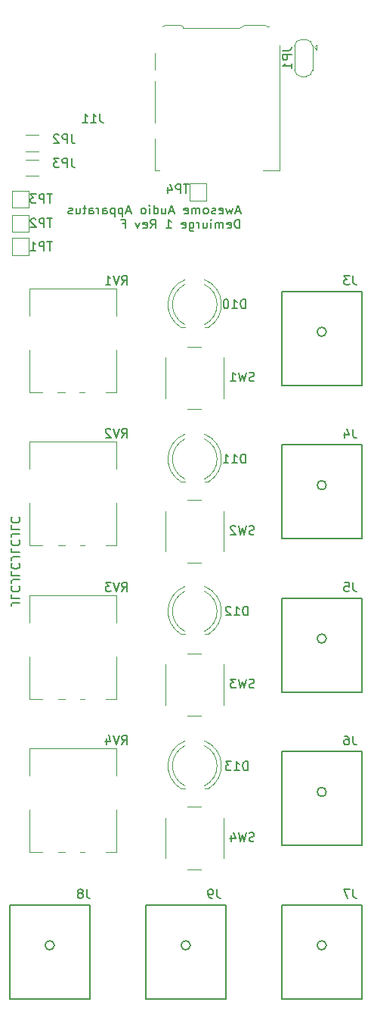
<source format=gbr>
G04 #@! TF.GenerationSoftware,KiCad,Pcbnew,6.0.6+dfsg-1*
G04 #@! TF.CreationDate,2022-08-11T10:33:23+02:00*
G04 #@! TF.ProjectId,demiurge,64656d69-7572-4676-952e-6b696361645f,F*
G04 #@! TF.SameCoordinates,Original*
G04 #@! TF.FileFunction,Legend,Bot*
G04 #@! TF.FilePolarity,Positive*
%FSLAX46Y46*%
G04 Gerber Fmt 4.6, Leading zero omitted, Abs format (unit mm)*
G04 Created by KiCad (PCBNEW 6.0.6+dfsg-1) date 2022-08-11 10:33:23*
%MOMM*%
%LPD*%
G01*
G04 APERTURE LIST*
%ADD10C,0.150000*%
%ADD11C,0.120000*%
G04 APERTURE END LIST*
D10*
X102612023Y-72261666D02*
X102135833Y-72261666D01*
X102707261Y-72547380D02*
X102373928Y-71547380D01*
X102040595Y-72547380D01*
X101802500Y-71880714D02*
X101612023Y-72547380D01*
X101421547Y-72071190D01*
X101231071Y-72547380D01*
X101040595Y-71880714D01*
X100278690Y-72499761D02*
X100373928Y-72547380D01*
X100564404Y-72547380D01*
X100659642Y-72499761D01*
X100707261Y-72404523D01*
X100707261Y-72023571D01*
X100659642Y-71928333D01*
X100564404Y-71880714D01*
X100373928Y-71880714D01*
X100278690Y-71928333D01*
X100231071Y-72023571D01*
X100231071Y-72118809D01*
X100707261Y-72214047D01*
X99850119Y-72499761D02*
X99754880Y-72547380D01*
X99564404Y-72547380D01*
X99469166Y-72499761D01*
X99421547Y-72404523D01*
X99421547Y-72356904D01*
X99469166Y-72261666D01*
X99564404Y-72214047D01*
X99707261Y-72214047D01*
X99802500Y-72166428D01*
X99850119Y-72071190D01*
X99850119Y-72023571D01*
X99802500Y-71928333D01*
X99707261Y-71880714D01*
X99564404Y-71880714D01*
X99469166Y-71928333D01*
X98850119Y-72547380D02*
X98945357Y-72499761D01*
X98992976Y-72452142D01*
X99040595Y-72356904D01*
X99040595Y-72071190D01*
X98992976Y-71975952D01*
X98945357Y-71928333D01*
X98850119Y-71880714D01*
X98707261Y-71880714D01*
X98612023Y-71928333D01*
X98564404Y-71975952D01*
X98516785Y-72071190D01*
X98516785Y-72356904D01*
X98564404Y-72452142D01*
X98612023Y-72499761D01*
X98707261Y-72547380D01*
X98850119Y-72547380D01*
X98088214Y-72547380D02*
X98088214Y-71880714D01*
X98088214Y-71975952D02*
X98040595Y-71928333D01*
X97945357Y-71880714D01*
X97802500Y-71880714D01*
X97707261Y-71928333D01*
X97659642Y-72023571D01*
X97659642Y-72547380D01*
X97659642Y-72023571D02*
X97612023Y-71928333D01*
X97516785Y-71880714D01*
X97373928Y-71880714D01*
X97278690Y-71928333D01*
X97231071Y-72023571D01*
X97231071Y-72547380D01*
X96373928Y-72499761D02*
X96469166Y-72547380D01*
X96659642Y-72547380D01*
X96754880Y-72499761D01*
X96802500Y-72404523D01*
X96802500Y-72023571D01*
X96754880Y-71928333D01*
X96659642Y-71880714D01*
X96469166Y-71880714D01*
X96373928Y-71928333D01*
X96326309Y-72023571D01*
X96326309Y-72118809D01*
X96802500Y-72214047D01*
X95183452Y-72261666D02*
X94707261Y-72261666D01*
X95278690Y-72547380D02*
X94945357Y-71547380D01*
X94612023Y-72547380D01*
X93850119Y-71880714D02*
X93850119Y-72547380D01*
X94278690Y-71880714D02*
X94278690Y-72404523D01*
X94231071Y-72499761D01*
X94135833Y-72547380D01*
X93992976Y-72547380D01*
X93897738Y-72499761D01*
X93850119Y-72452142D01*
X92945357Y-72547380D02*
X92945357Y-71547380D01*
X92945357Y-72499761D02*
X93040595Y-72547380D01*
X93231071Y-72547380D01*
X93326309Y-72499761D01*
X93373928Y-72452142D01*
X93421547Y-72356904D01*
X93421547Y-72071190D01*
X93373928Y-71975952D01*
X93326309Y-71928333D01*
X93231071Y-71880714D01*
X93040595Y-71880714D01*
X92945357Y-71928333D01*
X92469166Y-72547380D02*
X92469166Y-71880714D01*
X92469166Y-71547380D02*
X92516785Y-71595000D01*
X92469166Y-71642619D01*
X92421547Y-71595000D01*
X92469166Y-71547380D01*
X92469166Y-71642619D01*
X91850119Y-72547380D02*
X91945357Y-72499761D01*
X91992976Y-72452142D01*
X92040595Y-72356904D01*
X92040595Y-72071190D01*
X91992976Y-71975952D01*
X91945357Y-71928333D01*
X91850119Y-71880714D01*
X91707261Y-71880714D01*
X91612023Y-71928333D01*
X91564404Y-71975952D01*
X91516785Y-72071190D01*
X91516785Y-72356904D01*
X91564404Y-72452142D01*
X91612023Y-72499761D01*
X91707261Y-72547380D01*
X91850119Y-72547380D01*
X90373928Y-72261666D02*
X89897738Y-72261666D01*
X90469166Y-72547380D02*
X90135833Y-71547380D01*
X89802500Y-72547380D01*
X89469166Y-71880714D02*
X89469166Y-72880714D01*
X89469166Y-71928333D02*
X89373928Y-71880714D01*
X89183452Y-71880714D01*
X89088214Y-71928333D01*
X89040595Y-71975952D01*
X88992976Y-72071190D01*
X88992976Y-72356904D01*
X89040595Y-72452142D01*
X89088214Y-72499761D01*
X89183452Y-72547380D01*
X89373928Y-72547380D01*
X89469166Y-72499761D01*
X88564404Y-71880714D02*
X88564404Y-72880714D01*
X88564404Y-71928333D02*
X88469166Y-71880714D01*
X88278690Y-71880714D01*
X88183452Y-71928333D01*
X88135833Y-71975952D01*
X88088214Y-72071190D01*
X88088214Y-72356904D01*
X88135833Y-72452142D01*
X88183452Y-72499761D01*
X88278690Y-72547380D01*
X88469166Y-72547380D01*
X88564404Y-72499761D01*
X87231071Y-72547380D02*
X87231071Y-72023571D01*
X87278690Y-71928333D01*
X87373928Y-71880714D01*
X87564404Y-71880714D01*
X87659642Y-71928333D01*
X87231071Y-72499761D02*
X87326309Y-72547380D01*
X87564404Y-72547380D01*
X87659642Y-72499761D01*
X87707261Y-72404523D01*
X87707261Y-72309285D01*
X87659642Y-72214047D01*
X87564404Y-72166428D01*
X87326309Y-72166428D01*
X87231071Y-72118809D01*
X86754880Y-72547380D02*
X86754880Y-71880714D01*
X86754880Y-72071190D02*
X86707261Y-71975952D01*
X86659642Y-71928333D01*
X86564404Y-71880714D01*
X86469166Y-71880714D01*
X85707261Y-72547380D02*
X85707261Y-72023571D01*
X85754880Y-71928333D01*
X85850119Y-71880714D01*
X86040595Y-71880714D01*
X86135833Y-71928333D01*
X85707261Y-72499761D02*
X85802500Y-72547380D01*
X86040595Y-72547380D01*
X86135833Y-72499761D01*
X86183452Y-72404523D01*
X86183452Y-72309285D01*
X86135833Y-72214047D01*
X86040595Y-72166428D01*
X85802500Y-72166428D01*
X85707261Y-72118809D01*
X85373928Y-71880714D02*
X84992976Y-71880714D01*
X85231071Y-71547380D02*
X85231071Y-72404523D01*
X85183452Y-72499761D01*
X85088214Y-72547380D01*
X84992976Y-72547380D01*
X84231071Y-71880714D02*
X84231071Y-72547380D01*
X84659642Y-71880714D02*
X84659642Y-72404523D01*
X84612023Y-72499761D01*
X84516785Y-72547380D01*
X84373928Y-72547380D01*
X84278690Y-72499761D01*
X84231071Y-72452142D01*
X83802500Y-72499761D02*
X83707261Y-72547380D01*
X83516785Y-72547380D01*
X83421547Y-72499761D01*
X83373928Y-72404523D01*
X83373928Y-72356904D01*
X83421547Y-72261666D01*
X83516785Y-72214047D01*
X83659642Y-72214047D01*
X83754880Y-72166428D01*
X83802500Y-72071190D01*
X83802500Y-72023571D01*
X83754880Y-71928333D01*
X83659642Y-71880714D01*
X83516785Y-71880714D01*
X83421547Y-71928333D01*
X102564404Y-74157380D02*
X102564404Y-73157380D01*
X102326309Y-73157380D01*
X102183452Y-73205000D01*
X102088214Y-73300238D01*
X102040595Y-73395476D01*
X101992976Y-73585952D01*
X101992976Y-73728809D01*
X102040595Y-73919285D01*
X102088214Y-74014523D01*
X102183452Y-74109761D01*
X102326309Y-74157380D01*
X102564404Y-74157380D01*
X101183452Y-74109761D02*
X101278690Y-74157380D01*
X101469166Y-74157380D01*
X101564404Y-74109761D01*
X101612023Y-74014523D01*
X101612023Y-73633571D01*
X101564404Y-73538333D01*
X101469166Y-73490714D01*
X101278690Y-73490714D01*
X101183452Y-73538333D01*
X101135833Y-73633571D01*
X101135833Y-73728809D01*
X101612023Y-73824047D01*
X100707261Y-74157380D02*
X100707261Y-73490714D01*
X100707261Y-73585952D02*
X100659642Y-73538333D01*
X100564404Y-73490714D01*
X100421547Y-73490714D01*
X100326309Y-73538333D01*
X100278690Y-73633571D01*
X100278690Y-74157380D01*
X100278690Y-73633571D02*
X100231071Y-73538333D01*
X100135833Y-73490714D01*
X99992976Y-73490714D01*
X99897738Y-73538333D01*
X99850119Y-73633571D01*
X99850119Y-74157380D01*
X99373928Y-74157380D02*
X99373928Y-73490714D01*
X99373928Y-73157380D02*
X99421547Y-73205000D01*
X99373928Y-73252619D01*
X99326309Y-73205000D01*
X99373928Y-73157380D01*
X99373928Y-73252619D01*
X98469166Y-73490714D02*
X98469166Y-74157380D01*
X98897738Y-73490714D02*
X98897738Y-74014523D01*
X98850119Y-74109761D01*
X98754880Y-74157380D01*
X98612023Y-74157380D01*
X98516785Y-74109761D01*
X98469166Y-74062142D01*
X97992976Y-74157380D02*
X97992976Y-73490714D01*
X97992976Y-73681190D02*
X97945357Y-73585952D01*
X97897738Y-73538333D01*
X97802500Y-73490714D01*
X97707261Y-73490714D01*
X96945357Y-73490714D02*
X96945357Y-74300238D01*
X96992976Y-74395476D01*
X97040595Y-74443095D01*
X97135833Y-74490714D01*
X97278690Y-74490714D01*
X97373928Y-74443095D01*
X96945357Y-74109761D02*
X97040595Y-74157380D01*
X97231071Y-74157380D01*
X97326309Y-74109761D01*
X97373928Y-74062142D01*
X97421547Y-73966904D01*
X97421547Y-73681190D01*
X97373928Y-73585952D01*
X97326309Y-73538333D01*
X97231071Y-73490714D01*
X97040595Y-73490714D01*
X96945357Y-73538333D01*
X96088214Y-74109761D02*
X96183452Y-74157380D01*
X96373928Y-74157380D01*
X96469166Y-74109761D01*
X96516785Y-74014523D01*
X96516785Y-73633571D01*
X96469166Y-73538333D01*
X96373928Y-73490714D01*
X96183452Y-73490714D01*
X96088214Y-73538333D01*
X96040595Y-73633571D01*
X96040595Y-73728809D01*
X96516785Y-73824047D01*
X94326309Y-74157380D02*
X94897738Y-74157380D01*
X94612023Y-74157380D02*
X94612023Y-73157380D01*
X94707261Y-73300238D01*
X94802500Y-73395476D01*
X94897738Y-73443095D01*
X92564404Y-74157380D02*
X92897738Y-73681190D01*
X93135833Y-74157380D02*
X93135833Y-73157380D01*
X92754880Y-73157380D01*
X92659642Y-73205000D01*
X92612023Y-73252619D01*
X92564404Y-73347857D01*
X92564404Y-73490714D01*
X92612023Y-73585952D01*
X92659642Y-73633571D01*
X92754880Y-73681190D01*
X93135833Y-73681190D01*
X91754880Y-74109761D02*
X91850119Y-74157380D01*
X92040595Y-74157380D01*
X92135833Y-74109761D01*
X92183452Y-74014523D01*
X92183452Y-73633571D01*
X92135833Y-73538333D01*
X92040595Y-73490714D01*
X91850119Y-73490714D01*
X91754880Y-73538333D01*
X91707261Y-73633571D01*
X91707261Y-73728809D01*
X92183452Y-73824047D01*
X91373928Y-73490714D02*
X91135833Y-74157380D01*
X90897738Y-73490714D01*
X89421547Y-73633571D02*
X89754880Y-73633571D01*
X89754880Y-74157380D02*
X89754880Y-73157380D01*
X89278690Y-73157380D01*
X77947619Y-116019047D02*
X77233333Y-116019047D01*
X77090476Y-116066666D01*
X76995238Y-116161904D01*
X76947619Y-116304761D01*
X76947619Y-116400000D01*
X76947619Y-115066666D02*
X76947619Y-115542857D01*
X77947619Y-115542857D01*
X77042857Y-114161904D02*
X76995238Y-114209523D01*
X76947619Y-114352380D01*
X76947619Y-114447619D01*
X76995238Y-114590476D01*
X77090476Y-114685714D01*
X77185714Y-114733333D01*
X77376190Y-114780952D01*
X77519047Y-114780952D01*
X77709523Y-114733333D01*
X77804761Y-114685714D01*
X77900000Y-114590476D01*
X77947619Y-114447619D01*
X77947619Y-114352380D01*
X77900000Y-114209523D01*
X77852380Y-114161904D01*
X77947619Y-113447619D02*
X77233333Y-113447619D01*
X77090476Y-113495238D01*
X76995238Y-113590476D01*
X76947619Y-113733333D01*
X76947619Y-113828571D01*
X76947619Y-112495238D02*
X76947619Y-112971428D01*
X77947619Y-112971428D01*
X77042857Y-111590476D02*
X76995238Y-111638095D01*
X76947619Y-111780952D01*
X76947619Y-111876190D01*
X76995238Y-112019047D01*
X77090476Y-112114285D01*
X77185714Y-112161904D01*
X77376190Y-112209523D01*
X77519047Y-112209523D01*
X77709523Y-112161904D01*
X77804761Y-112114285D01*
X77900000Y-112019047D01*
X77947619Y-111876190D01*
X77947619Y-111780952D01*
X77900000Y-111638095D01*
X77852380Y-111590476D01*
X77947619Y-110876190D02*
X77233333Y-110876190D01*
X77090476Y-110923809D01*
X76995238Y-111019047D01*
X76947619Y-111161904D01*
X76947619Y-111257142D01*
X76947619Y-109923809D02*
X76947619Y-110400000D01*
X77947619Y-110400000D01*
X77042857Y-109019047D02*
X76995238Y-109066666D01*
X76947619Y-109209523D01*
X76947619Y-109304761D01*
X76995238Y-109447619D01*
X77090476Y-109542857D01*
X77185714Y-109590476D01*
X77376190Y-109638095D01*
X77519047Y-109638095D01*
X77709523Y-109590476D01*
X77804761Y-109542857D01*
X77900000Y-109447619D01*
X77947619Y-109304761D01*
X77947619Y-109209523D01*
X77900000Y-109066666D01*
X77852380Y-109019047D01*
X77947619Y-108304761D02*
X77233333Y-108304761D01*
X77090476Y-108352380D01*
X76995238Y-108447619D01*
X76947619Y-108590476D01*
X76947619Y-108685714D01*
X76947619Y-107352380D02*
X76947619Y-107828571D01*
X77947619Y-107828571D01*
X77042857Y-106447619D02*
X76995238Y-106495238D01*
X76947619Y-106638095D01*
X76947619Y-106733333D01*
X76995238Y-106876190D01*
X77090476Y-106971428D01*
X77185714Y-107019047D01*
X77376190Y-107066666D01*
X77519047Y-107066666D01*
X77709523Y-107019047D01*
X77804761Y-106971428D01*
X77900000Y-106876190D01*
X77947619Y-106733333D01*
X77947619Y-106638095D01*
X77900000Y-106495238D01*
X77852380Y-106447619D01*
X104203333Y-108354761D02*
X104060476Y-108402380D01*
X103822380Y-108402380D01*
X103727142Y-108354761D01*
X103679523Y-108307142D01*
X103631904Y-108211904D01*
X103631904Y-108116666D01*
X103679523Y-108021428D01*
X103727142Y-107973809D01*
X103822380Y-107926190D01*
X104012857Y-107878571D01*
X104108095Y-107830952D01*
X104155714Y-107783333D01*
X104203333Y-107688095D01*
X104203333Y-107592857D01*
X104155714Y-107497619D01*
X104108095Y-107450000D01*
X104012857Y-107402380D01*
X103774761Y-107402380D01*
X103631904Y-107450000D01*
X103298571Y-107402380D02*
X103060476Y-108402380D01*
X102870000Y-107688095D01*
X102679523Y-108402380D01*
X102441428Y-107402380D01*
X102108095Y-107497619D02*
X102060476Y-107450000D01*
X101965238Y-107402380D01*
X101727142Y-107402380D01*
X101631904Y-107450000D01*
X101584285Y-107497619D01*
X101536666Y-107592857D01*
X101536666Y-107688095D01*
X101584285Y-107830952D01*
X102155714Y-108402380D01*
X101536666Y-108402380D01*
X104203333Y-125499761D02*
X104060476Y-125547380D01*
X103822380Y-125547380D01*
X103727142Y-125499761D01*
X103679523Y-125452142D01*
X103631904Y-125356904D01*
X103631904Y-125261666D01*
X103679523Y-125166428D01*
X103727142Y-125118809D01*
X103822380Y-125071190D01*
X104012857Y-125023571D01*
X104108095Y-124975952D01*
X104155714Y-124928333D01*
X104203333Y-124833095D01*
X104203333Y-124737857D01*
X104155714Y-124642619D01*
X104108095Y-124595000D01*
X104012857Y-124547380D01*
X103774761Y-124547380D01*
X103631904Y-124595000D01*
X103298571Y-124547380D02*
X103060476Y-125547380D01*
X102870000Y-124833095D01*
X102679523Y-125547380D01*
X102441428Y-124547380D01*
X102155714Y-124547380D02*
X101536666Y-124547380D01*
X101870000Y-124928333D01*
X101727142Y-124928333D01*
X101631904Y-124975952D01*
X101584285Y-125023571D01*
X101536666Y-125118809D01*
X101536666Y-125356904D01*
X101584285Y-125452142D01*
X101631904Y-125499761D01*
X101727142Y-125547380D01*
X102012857Y-125547380D01*
X102108095Y-125499761D01*
X102155714Y-125452142D01*
X115268333Y-148042380D02*
X115268333Y-148756666D01*
X115315952Y-148899523D01*
X115411190Y-148994761D01*
X115554047Y-149042380D01*
X115649285Y-149042380D01*
X114887380Y-148042380D02*
X114220714Y-148042380D01*
X114649285Y-149042380D01*
X115268333Y-79462380D02*
X115268333Y-80176666D01*
X115315952Y-80319523D01*
X115411190Y-80414761D01*
X115554047Y-80462380D01*
X115649285Y-80462380D01*
X114887380Y-79462380D02*
X114268333Y-79462380D01*
X114601666Y-79843333D01*
X114458809Y-79843333D01*
X114363571Y-79890952D01*
X114315952Y-79938571D01*
X114268333Y-80033809D01*
X114268333Y-80271904D01*
X114315952Y-80367142D01*
X114363571Y-80414761D01*
X114458809Y-80462380D01*
X114744523Y-80462380D01*
X114839761Y-80414761D01*
X114887380Y-80367142D01*
X107380380Y-54284666D02*
X108094666Y-54284666D01*
X108237523Y-54237047D01*
X108332761Y-54141809D01*
X108380380Y-53998952D01*
X108380380Y-53903714D01*
X108380380Y-54760857D02*
X107380380Y-54760857D01*
X107380380Y-55141809D01*
X107428000Y-55237047D01*
X107475619Y-55284666D01*
X107570857Y-55332285D01*
X107713714Y-55332285D01*
X107808952Y-55284666D01*
X107856571Y-55237047D01*
X107904190Y-55141809D01*
X107904190Y-54760857D01*
X108380380Y-56284666D02*
X108380380Y-55713238D01*
X108380380Y-55998952D02*
X107380380Y-55998952D01*
X107523238Y-55903714D01*
X107618476Y-55808476D01*
X107666095Y-55713238D01*
X104203333Y-142644761D02*
X104060476Y-142692380D01*
X103822380Y-142692380D01*
X103727142Y-142644761D01*
X103679523Y-142597142D01*
X103631904Y-142501904D01*
X103631904Y-142406666D01*
X103679523Y-142311428D01*
X103727142Y-142263809D01*
X103822380Y-142216190D01*
X104012857Y-142168571D01*
X104108095Y-142120952D01*
X104155714Y-142073333D01*
X104203333Y-141978095D01*
X104203333Y-141882857D01*
X104155714Y-141787619D01*
X104108095Y-141740000D01*
X104012857Y-141692380D01*
X103774761Y-141692380D01*
X103631904Y-141740000D01*
X103298571Y-141692380D02*
X103060476Y-142692380D01*
X102870000Y-141978095D01*
X102679523Y-142692380D01*
X102441428Y-141692380D01*
X101631904Y-142025714D02*
X101631904Y-142692380D01*
X101870000Y-141644761D02*
X102108095Y-142359047D01*
X101489047Y-142359047D01*
X100028333Y-148042380D02*
X100028333Y-148756666D01*
X100075952Y-148899523D01*
X100171190Y-148994761D01*
X100314047Y-149042380D01*
X100409285Y-149042380D01*
X99504523Y-149042380D02*
X99314047Y-149042380D01*
X99218809Y-148994761D01*
X99171190Y-148947142D01*
X99075952Y-148804285D01*
X99028333Y-148613809D01*
X99028333Y-148232857D01*
X99075952Y-148137619D01*
X99123571Y-148090000D01*
X99218809Y-148042380D01*
X99409285Y-148042380D01*
X99504523Y-148090000D01*
X99552142Y-148137619D01*
X99599761Y-148232857D01*
X99599761Y-148470952D01*
X99552142Y-148566190D01*
X99504523Y-148613809D01*
X99409285Y-148661428D01*
X99218809Y-148661428D01*
X99123571Y-148613809D01*
X99075952Y-148566190D01*
X99028333Y-148470952D01*
X89342976Y-80452380D02*
X89676309Y-79976190D01*
X89914404Y-80452380D02*
X89914404Y-79452380D01*
X89533452Y-79452380D01*
X89438214Y-79500000D01*
X89390595Y-79547619D01*
X89342976Y-79642857D01*
X89342976Y-79785714D01*
X89390595Y-79880952D01*
X89438214Y-79928571D01*
X89533452Y-79976190D01*
X89914404Y-79976190D01*
X89057261Y-79452380D02*
X88723928Y-80452380D01*
X88390595Y-79452380D01*
X87533452Y-80452380D02*
X88104880Y-80452380D01*
X87819166Y-80452380D02*
X87819166Y-79452380D01*
X87914404Y-79595238D01*
X88009642Y-79690476D01*
X88104880Y-79738095D01*
X89342976Y-131852380D02*
X89676309Y-131376190D01*
X89914404Y-131852380D02*
X89914404Y-130852380D01*
X89533452Y-130852380D01*
X89438214Y-130900000D01*
X89390595Y-130947619D01*
X89342976Y-131042857D01*
X89342976Y-131185714D01*
X89390595Y-131280952D01*
X89438214Y-131328571D01*
X89533452Y-131376190D01*
X89914404Y-131376190D01*
X89057261Y-130852380D02*
X88723928Y-131852380D01*
X88390595Y-130852380D01*
X87628690Y-131185714D02*
X87628690Y-131852380D01*
X87866785Y-130804761D02*
X88104880Y-131519047D01*
X87485833Y-131519047D01*
X115268333Y-130897380D02*
X115268333Y-131611666D01*
X115315952Y-131754523D01*
X115411190Y-131849761D01*
X115554047Y-131897380D01*
X115649285Y-131897380D01*
X114363571Y-130897380D02*
X114554047Y-130897380D01*
X114649285Y-130945000D01*
X114696904Y-130992619D01*
X114792142Y-131135476D01*
X114839761Y-131325952D01*
X114839761Y-131706904D01*
X114792142Y-131802142D01*
X114744523Y-131849761D01*
X114649285Y-131897380D01*
X114458809Y-131897380D01*
X114363571Y-131849761D01*
X114315952Y-131802142D01*
X114268333Y-131706904D01*
X114268333Y-131468809D01*
X114315952Y-131373571D01*
X114363571Y-131325952D01*
X114458809Y-131278333D01*
X114649285Y-131278333D01*
X114744523Y-131325952D01*
X114792142Y-131373571D01*
X114839761Y-131468809D01*
X115268333Y-113752380D02*
X115268333Y-114466666D01*
X115315952Y-114609523D01*
X115411190Y-114704761D01*
X115554047Y-114752380D01*
X115649285Y-114752380D01*
X114315952Y-113752380D02*
X114792142Y-113752380D01*
X114839761Y-114228571D01*
X114792142Y-114180952D01*
X114696904Y-114133333D01*
X114458809Y-114133333D01*
X114363571Y-114180952D01*
X114315952Y-114228571D01*
X114268333Y-114323809D01*
X114268333Y-114561904D01*
X114315952Y-114657142D01*
X114363571Y-114704761D01*
X114458809Y-114752380D01*
X114696904Y-114752380D01*
X114792142Y-114704761D01*
X114839761Y-114657142D01*
X115268333Y-96607380D02*
X115268333Y-97321666D01*
X115315952Y-97464523D01*
X115411190Y-97559761D01*
X115554047Y-97607380D01*
X115649285Y-97607380D01*
X114363571Y-96940714D02*
X114363571Y-97607380D01*
X114601666Y-96559761D02*
X114839761Y-97274047D01*
X114220714Y-97274047D01*
X89342976Y-97552380D02*
X89676309Y-97076190D01*
X89914404Y-97552380D02*
X89914404Y-96552380D01*
X89533452Y-96552380D01*
X89438214Y-96600000D01*
X89390595Y-96647619D01*
X89342976Y-96742857D01*
X89342976Y-96885714D01*
X89390595Y-96980952D01*
X89438214Y-97028571D01*
X89533452Y-97076190D01*
X89914404Y-97076190D01*
X89057261Y-96552380D02*
X88723928Y-97552380D01*
X88390595Y-96552380D01*
X88104880Y-96647619D02*
X88057261Y-96600000D01*
X87962023Y-96552380D01*
X87723928Y-96552380D01*
X87628690Y-96600000D01*
X87581071Y-96647619D01*
X87533452Y-96742857D01*
X87533452Y-96838095D01*
X87581071Y-96980952D01*
X88152500Y-97552380D01*
X87533452Y-97552380D01*
X89342976Y-114752380D02*
X89676309Y-114276190D01*
X89914404Y-114752380D02*
X89914404Y-113752380D01*
X89533452Y-113752380D01*
X89438214Y-113800000D01*
X89390595Y-113847619D01*
X89342976Y-113942857D01*
X89342976Y-114085714D01*
X89390595Y-114180952D01*
X89438214Y-114228571D01*
X89533452Y-114276190D01*
X89914404Y-114276190D01*
X89057261Y-113752380D02*
X88723928Y-114752380D01*
X88390595Y-113752380D01*
X88152500Y-113752380D02*
X87533452Y-113752380D01*
X87866785Y-114133333D01*
X87723928Y-114133333D01*
X87628690Y-114180952D01*
X87581071Y-114228571D01*
X87533452Y-114323809D01*
X87533452Y-114561904D01*
X87581071Y-114657142D01*
X87628690Y-114704761D01*
X87723928Y-114752380D01*
X88009642Y-114752380D01*
X88104880Y-114704761D01*
X88152500Y-114657142D01*
X104203333Y-91209761D02*
X104060476Y-91257380D01*
X103822380Y-91257380D01*
X103727142Y-91209761D01*
X103679523Y-91162142D01*
X103631904Y-91066904D01*
X103631904Y-90971666D01*
X103679523Y-90876428D01*
X103727142Y-90828809D01*
X103822380Y-90781190D01*
X104012857Y-90733571D01*
X104108095Y-90685952D01*
X104155714Y-90638333D01*
X104203333Y-90543095D01*
X104203333Y-90447857D01*
X104155714Y-90352619D01*
X104108095Y-90305000D01*
X104012857Y-90257380D01*
X103774761Y-90257380D01*
X103631904Y-90305000D01*
X103298571Y-90257380D02*
X103060476Y-91257380D01*
X102870000Y-90543095D01*
X102679523Y-91257380D01*
X102441428Y-90257380D01*
X101536666Y-91257380D02*
X102108095Y-91257380D01*
X101822380Y-91257380D02*
X101822380Y-90257380D01*
X101917619Y-90400238D01*
X102012857Y-90495476D01*
X102108095Y-90543095D01*
X85423333Y-148042380D02*
X85423333Y-148756666D01*
X85470952Y-148899523D01*
X85566190Y-148994761D01*
X85709047Y-149042380D01*
X85804285Y-149042380D01*
X84804285Y-148470952D02*
X84899523Y-148423333D01*
X84947142Y-148375714D01*
X84994761Y-148280476D01*
X84994761Y-148232857D01*
X84947142Y-148137619D01*
X84899523Y-148090000D01*
X84804285Y-148042380D01*
X84613809Y-148042380D01*
X84518571Y-148090000D01*
X84470952Y-148137619D01*
X84423333Y-148232857D01*
X84423333Y-148280476D01*
X84470952Y-148375714D01*
X84518571Y-148423333D01*
X84613809Y-148470952D01*
X84804285Y-148470952D01*
X84899523Y-148518571D01*
X84947142Y-148566190D01*
X84994761Y-148661428D01*
X84994761Y-148851904D01*
X84947142Y-148947142D01*
X84899523Y-148994761D01*
X84804285Y-149042380D01*
X84613809Y-149042380D01*
X84518571Y-148994761D01*
X84470952Y-148947142D01*
X84423333Y-148851904D01*
X84423333Y-148661428D01*
X84470952Y-148566190D01*
X84518571Y-148518571D01*
X84613809Y-148470952D01*
X103214285Y-83102380D02*
X103214285Y-82102380D01*
X102976190Y-82102380D01*
X102833333Y-82150000D01*
X102738095Y-82245238D01*
X102690476Y-82340476D01*
X102642857Y-82530952D01*
X102642857Y-82673809D01*
X102690476Y-82864285D01*
X102738095Y-82959523D01*
X102833333Y-83054761D01*
X102976190Y-83102380D01*
X103214285Y-83102380D01*
X101690476Y-83102380D02*
X102261904Y-83102380D01*
X101976190Y-83102380D02*
X101976190Y-82102380D01*
X102071428Y-82245238D01*
X102166666Y-82340476D01*
X102261904Y-82388095D01*
X101071428Y-82102380D02*
X100976190Y-82102380D01*
X100880952Y-82150000D01*
X100833333Y-82197619D01*
X100785714Y-82292857D01*
X100738095Y-82483333D01*
X100738095Y-82721428D01*
X100785714Y-82911904D01*
X100833333Y-83007142D01*
X100880952Y-83054761D01*
X100976190Y-83102380D01*
X101071428Y-83102380D01*
X101166666Y-83054761D01*
X101214285Y-83007142D01*
X101261904Y-82911904D01*
X101309523Y-82721428D01*
X101309523Y-82483333D01*
X101261904Y-82292857D01*
X101214285Y-82197619D01*
X101166666Y-82150000D01*
X101071428Y-82102380D01*
X103214285Y-100401380D02*
X103214285Y-99401380D01*
X102976190Y-99401380D01*
X102833333Y-99449000D01*
X102738095Y-99544238D01*
X102690476Y-99639476D01*
X102642857Y-99829952D01*
X102642857Y-99972809D01*
X102690476Y-100163285D01*
X102738095Y-100258523D01*
X102833333Y-100353761D01*
X102976190Y-100401380D01*
X103214285Y-100401380D01*
X101690476Y-100401380D02*
X102261904Y-100401380D01*
X101976190Y-100401380D02*
X101976190Y-99401380D01*
X102071428Y-99544238D01*
X102166666Y-99639476D01*
X102261904Y-99687095D01*
X100738095Y-100401380D02*
X101309523Y-100401380D01*
X101023809Y-100401380D02*
X101023809Y-99401380D01*
X101119047Y-99544238D01*
X101214285Y-99639476D01*
X101309523Y-99687095D01*
X103464285Y-134752380D02*
X103464285Y-133752380D01*
X103226190Y-133752380D01*
X103083333Y-133800000D01*
X102988095Y-133895238D01*
X102940476Y-133990476D01*
X102892857Y-134180952D01*
X102892857Y-134323809D01*
X102940476Y-134514285D01*
X102988095Y-134609523D01*
X103083333Y-134704761D01*
X103226190Y-134752380D01*
X103464285Y-134752380D01*
X101940476Y-134752380D02*
X102511904Y-134752380D01*
X102226190Y-134752380D02*
X102226190Y-133752380D01*
X102321428Y-133895238D01*
X102416666Y-133990476D01*
X102511904Y-134038095D01*
X101607142Y-133752380D02*
X100988095Y-133752380D01*
X101321428Y-134133333D01*
X101178571Y-134133333D01*
X101083333Y-134180952D01*
X101035714Y-134228571D01*
X100988095Y-134323809D01*
X100988095Y-134561904D01*
X101035714Y-134657142D01*
X101083333Y-134704761D01*
X101178571Y-134752380D01*
X101464285Y-134752380D01*
X101559523Y-134704761D01*
X101607142Y-134657142D01*
X103464285Y-117419380D02*
X103464285Y-116419380D01*
X103226190Y-116419380D01*
X103083333Y-116467000D01*
X102988095Y-116562238D01*
X102940476Y-116657476D01*
X102892857Y-116847952D01*
X102892857Y-116990809D01*
X102940476Y-117181285D01*
X102988095Y-117276523D01*
X103083333Y-117371761D01*
X103226190Y-117419380D01*
X103464285Y-117419380D01*
X101940476Y-117419380D02*
X102511904Y-117419380D01*
X102226190Y-117419380D02*
X102226190Y-116419380D01*
X102321428Y-116562238D01*
X102416666Y-116657476D01*
X102511904Y-116705095D01*
X101559523Y-116514619D02*
X101511904Y-116467000D01*
X101416666Y-116419380D01*
X101178571Y-116419380D01*
X101083333Y-116467000D01*
X101035714Y-116514619D01*
X100988095Y-116609857D01*
X100988095Y-116705095D01*
X101035714Y-116847952D01*
X101607142Y-117419380D01*
X100988095Y-117419380D01*
X86909523Y-61352380D02*
X86909523Y-62066666D01*
X86957142Y-62209523D01*
X87052380Y-62304761D01*
X87195238Y-62352380D01*
X87290476Y-62352380D01*
X85909523Y-62352380D02*
X86480952Y-62352380D01*
X86195238Y-62352380D02*
X86195238Y-61352380D01*
X86290476Y-61495238D01*
X86385714Y-61590476D01*
X86480952Y-61638095D01*
X84957142Y-62352380D02*
X85528571Y-62352380D01*
X85242857Y-62352380D02*
X85242857Y-61352380D01*
X85338095Y-61495238D01*
X85433333Y-61590476D01*
X85528571Y-61638095D01*
X83733333Y-63652380D02*
X83733333Y-64366666D01*
X83780952Y-64509523D01*
X83876190Y-64604761D01*
X84019047Y-64652380D01*
X84114285Y-64652380D01*
X83257142Y-64652380D02*
X83257142Y-63652380D01*
X82876190Y-63652380D01*
X82780952Y-63700000D01*
X82733333Y-63747619D01*
X82685714Y-63842857D01*
X82685714Y-63985714D01*
X82733333Y-64080952D01*
X82780952Y-64128571D01*
X82876190Y-64176190D01*
X83257142Y-64176190D01*
X82304761Y-63747619D02*
X82257142Y-63700000D01*
X82161904Y-63652380D01*
X81923809Y-63652380D01*
X81828571Y-63700000D01*
X81780952Y-63747619D01*
X81733333Y-63842857D01*
X81733333Y-63938095D01*
X81780952Y-64080952D01*
X82352380Y-64652380D01*
X81733333Y-64652380D01*
X81561904Y-70352380D02*
X80990476Y-70352380D01*
X81276190Y-71352380D02*
X81276190Y-70352380D01*
X80657142Y-71352380D02*
X80657142Y-70352380D01*
X80276190Y-70352380D01*
X80180952Y-70400000D01*
X80133333Y-70447619D01*
X80085714Y-70542857D01*
X80085714Y-70685714D01*
X80133333Y-70780952D01*
X80180952Y-70828571D01*
X80276190Y-70876190D01*
X80657142Y-70876190D01*
X79752380Y-70352380D02*
X79133333Y-70352380D01*
X79466666Y-70733333D01*
X79323809Y-70733333D01*
X79228571Y-70780952D01*
X79180952Y-70828571D01*
X79133333Y-70923809D01*
X79133333Y-71161904D01*
X79180952Y-71257142D01*
X79228571Y-71304761D01*
X79323809Y-71352380D01*
X79609523Y-71352380D01*
X79704761Y-71304761D01*
X79752380Y-71257142D01*
X81561904Y-73052380D02*
X80990476Y-73052380D01*
X81276190Y-74052380D02*
X81276190Y-73052380D01*
X80657142Y-74052380D02*
X80657142Y-73052380D01*
X80276190Y-73052380D01*
X80180952Y-73100000D01*
X80133333Y-73147619D01*
X80085714Y-73242857D01*
X80085714Y-73385714D01*
X80133333Y-73480952D01*
X80180952Y-73528571D01*
X80276190Y-73576190D01*
X80657142Y-73576190D01*
X79704761Y-73147619D02*
X79657142Y-73100000D01*
X79561904Y-73052380D01*
X79323809Y-73052380D01*
X79228571Y-73100000D01*
X79180952Y-73147619D01*
X79133333Y-73242857D01*
X79133333Y-73338095D01*
X79180952Y-73480952D01*
X79752380Y-74052380D01*
X79133333Y-74052380D01*
X81561904Y-75652380D02*
X80990476Y-75652380D01*
X81276190Y-76652380D02*
X81276190Y-75652380D01*
X80657142Y-76652380D02*
X80657142Y-75652380D01*
X80276190Y-75652380D01*
X80180952Y-75700000D01*
X80133333Y-75747619D01*
X80085714Y-75842857D01*
X80085714Y-75985714D01*
X80133333Y-76080952D01*
X80180952Y-76128571D01*
X80276190Y-76176190D01*
X80657142Y-76176190D01*
X79133333Y-76652380D02*
X79704761Y-76652380D01*
X79419047Y-76652380D02*
X79419047Y-75652380D01*
X79514285Y-75795238D01*
X79609523Y-75890476D01*
X79704761Y-75938095D01*
X96861904Y-69252380D02*
X96290476Y-69252380D01*
X96576190Y-70252380D02*
X96576190Y-69252380D01*
X95957142Y-70252380D02*
X95957142Y-69252380D01*
X95576190Y-69252380D01*
X95480952Y-69300000D01*
X95433333Y-69347619D01*
X95385714Y-69442857D01*
X95385714Y-69585714D01*
X95433333Y-69680952D01*
X95480952Y-69728571D01*
X95576190Y-69776190D01*
X95957142Y-69776190D01*
X94528571Y-69585714D02*
X94528571Y-70252380D01*
X94766666Y-69204761D02*
X95004761Y-69919047D01*
X94385714Y-69919047D01*
X83733333Y-66352380D02*
X83733333Y-67066666D01*
X83780952Y-67209523D01*
X83876190Y-67304761D01*
X84019047Y-67352380D01*
X84114285Y-67352380D01*
X83257142Y-67352380D02*
X83257142Y-66352380D01*
X82876190Y-66352380D01*
X82780952Y-66400000D01*
X82733333Y-66447619D01*
X82685714Y-66542857D01*
X82685714Y-66685714D01*
X82733333Y-66780952D01*
X82780952Y-66828571D01*
X82876190Y-66876190D01*
X83257142Y-66876190D01*
X82352380Y-66352380D02*
X81733333Y-66352380D01*
X82066666Y-66733333D01*
X81923809Y-66733333D01*
X81828571Y-66780952D01*
X81780952Y-66828571D01*
X81733333Y-66923809D01*
X81733333Y-67161904D01*
X81780952Y-67257142D01*
X81828571Y-67304761D01*
X81923809Y-67352380D01*
X82209523Y-67352380D01*
X82304761Y-67304761D01*
X82352380Y-67257142D01*
D11*
X94250000Y-110275000D02*
X94250000Y-105775000D01*
X98250000Y-111525000D02*
X96750000Y-111525000D01*
X100750000Y-105775000D02*
X100750000Y-110275000D01*
X96750000Y-104525000D02*
X98250000Y-104525000D01*
X94250000Y-127420000D02*
X94250000Y-122920000D01*
X98250000Y-128670000D02*
X96750000Y-128670000D01*
X96750000Y-121670000D02*
X98250000Y-121670000D01*
X100750000Y-122920000D02*
X100750000Y-127420000D01*
D10*
X116260000Y-160305000D02*
X116260000Y-149805000D01*
X107260000Y-160305000D02*
X116260000Y-160305000D01*
X116260000Y-149805000D02*
X107260000Y-149805000D01*
X107260000Y-149805000D02*
X107260000Y-160305000D01*
X112268000Y-154305000D02*
G75*
G03*
X112268000Y-154305000I-508000J0D01*
G01*
X107260000Y-81225000D02*
X107260000Y-91725000D01*
X107260000Y-91725000D02*
X116260000Y-91725000D01*
X116260000Y-91725000D02*
X116260000Y-81225000D01*
X116260000Y-81225000D02*
X107260000Y-81225000D01*
X112268000Y-85725000D02*
G75*
G03*
X112268000Y-85725000I-508000J0D01*
G01*
D11*
X110728000Y-56518000D02*
X110728000Y-53718000D01*
X110928000Y-53918000D02*
X111228000Y-53618000D01*
X109428000Y-57168000D02*
X110028000Y-57168000D01*
X111228000Y-53618000D02*
X111228000Y-54218000D01*
X110928000Y-53918000D02*
X111228000Y-54218000D01*
X110028000Y-53068000D02*
X109428000Y-53068000D01*
X108728000Y-53718000D02*
X108728000Y-56518000D01*
X108728000Y-56468000D02*
G75*
G03*
X109428000Y-57168000I700000J0D01*
G01*
X109428000Y-53068000D02*
G75*
G03*
X108728000Y-53768000I-1J-699999D01*
G01*
X110028000Y-57168000D02*
G75*
G03*
X110728000Y-56468000I0J700000D01*
G01*
X110728000Y-53768000D02*
G75*
G03*
X110028000Y-53068000I-699999J1D01*
G01*
X98250000Y-145815000D02*
X96750000Y-145815000D01*
X96750000Y-138815000D02*
X98250000Y-138815000D01*
X94250000Y-144565000D02*
X94250000Y-140065000D01*
X100750000Y-140065000D02*
X100750000Y-144565000D01*
D10*
X92020000Y-160305000D02*
X101020000Y-160305000D01*
X101020000Y-149805000D02*
X92020000Y-149805000D01*
X92020000Y-149805000D02*
X92020000Y-160305000D01*
X101020000Y-160305000D02*
X101020000Y-149805000D01*
X97028000Y-154305000D02*
G75*
G03*
X97028000Y-154305000I-508000J0D01*
G01*
D11*
X88726000Y-92465000D02*
X88726000Y-87745000D01*
X78976000Y-83935000D02*
X78976000Y-80875000D01*
X78976000Y-80875000D02*
X88716000Y-80875000D01*
X88716000Y-83935000D02*
X88716000Y-80875000D01*
X82186000Y-92465000D02*
X83016000Y-92465000D01*
X84636000Y-92465000D02*
X85166000Y-92465000D01*
X87536000Y-92465000D02*
X88716000Y-92465000D01*
X78976000Y-92465000D02*
X78976000Y-87745000D01*
X78976000Y-92465000D02*
X80466000Y-92465000D01*
X78990000Y-143900000D02*
X78990000Y-139180000D01*
X82200000Y-143900000D02*
X83030000Y-143900000D01*
X88730000Y-135370000D02*
X88730000Y-132310000D01*
X88740000Y-143900000D02*
X88740000Y-139180000D01*
X78990000Y-143900000D02*
X80480000Y-143900000D01*
X84650000Y-143900000D02*
X85180000Y-143900000D01*
X78990000Y-135370000D02*
X78990000Y-132310000D01*
X87550000Y-143900000D02*
X88730000Y-143900000D01*
X78990000Y-132310000D02*
X88730000Y-132310000D01*
D10*
X107260000Y-132660000D02*
X107260000Y-143160000D01*
X107260000Y-143160000D02*
X116260000Y-143160000D01*
X116260000Y-132660000D02*
X107260000Y-132660000D01*
X116260000Y-143160000D02*
X116260000Y-132660000D01*
X112268000Y-137160000D02*
G75*
G03*
X112268000Y-137160000I-508000J0D01*
G01*
X107260000Y-115515000D02*
X107260000Y-126015000D01*
X116260000Y-126015000D02*
X116260000Y-115515000D01*
X116260000Y-115515000D02*
X107260000Y-115515000D01*
X107260000Y-126015000D02*
X116260000Y-126015000D01*
X112268000Y-120015000D02*
G75*
G03*
X112268000Y-120015000I-508000J0D01*
G01*
X116260000Y-98370000D02*
X107260000Y-98370000D01*
X116260000Y-108870000D02*
X116260000Y-98370000D01*
X107260000Y-108870000D02*
X116260000Y-108870000D01*
X107260000Y-98370000D02*
X107260000Y-108870000D01*
X112268000Y-102870000D02*
G75*
G03*
X112268000Y-102870000I-508000J0D01*
G01*
D11*
X87550000Y-109610000D02*
X88730000Y-109610000D01*
X88740000Y-109610000D02*
X88740000Y-104890000D01*
X78990000Y-98020000D02*
X88730000Y-98020000D01*
X78990000Y-109610000D02*
X78990000Y-104890000D01*
X78990000Y-109610000D02*
X80480000Y-109610000D01*
X88730000Y-101080000D02*
X88730000Y-98020000D01*
X78990000Y-101080000D02*
X78990000Y-98020000D01*
X84650000Y-109610000D02*
X85180000Y-109610000D01*
X82200000Y-109610000D02*
X83030000Y-109610000D01*
X87550000Y-126755000D02*
X88730000Y-126755000D01*
X88740000Y-126755000D02*
X88740000Y-122035000D01*
X84650000Y-126755000D02*
X85180000Y-126755000D01*
X88730000Y-118225000D02*
X88730000Y-115165000D01*
X78990000Y-118225000D02*
X78990000Y-115165000D01*
X78990000Y-126755000D02*
X78990000Y-122035000D01*
X78990000Y-126755000D02*
X80480000Y-126755000D01*
X82200000Y-126755000D02*
X83030000Y-126755000D01*
X78990000Y-115165000D02*
X88730000Y-115165000D01*
X98250000Y-94380000D02*
X96750000Y-94380000D01*
X94250000Y-93130000D02*
X94250000Y-88630000D01*
X100750000Y-88630000D02*
X100750000Y-93130000D01*
X96750000Y-87380000D02*
X98250000Y-87380000D01*
D10*
X85780000Y-149805000D02*
X76780000Y-149805000D01*
X85780000Y-160305000D02*
X85780000Y-149805000D01*
X76780000Y-149805000D02*
X76780000Y-160305000D01*
X76780000Y-160305000D02*
X85780000Y-160305000D01*
X81788000Y-154305000D02*
G75*
G03*
X81788000Y-154305000I-508000J0D01*
G01*
D11*
X99081000Y-85237000D02*
X98616000Y-85237000D01*
X96456000Y-85237000D02*
X95991000Y-85237000D01*
X99080830Y-85237000D02*
G75*
G03*
X98616827Y-79889185I-1544830J2560000D01*
G01*
X96455173Y-79889185D02*
G75*
G03*
X95991170Y-85237000I1080827J-2787815D01*
G01*
X96455571Y-80422521D02*
G75*
G03*
X96456000Y-84931684I1080429J-2254479D01*
G01*
X98616000Y-84931684D02*
G75*
G03*
X98616429Y-80422521I-1080000J2254684D01*
G01*
X99081000Y-102509000D02*
X98616000Y-102509000D01*
X96456000Y-102509000D02*
X95991000Y-102509000D01*
X96455173Y-97161185D02*
G75*
G03*
X95991170Y-102509000I1080827J-2787815D01*
G01*
X98616000Y-102203684D02*
G75*
G03*
X98616429Y-97694521I-1080000J2254684D01*
G01*
X96455571Y-97694521D02*
G75*
G03*
X96456000Y-102203684I1080429J-2254479D01*
G01*
X99080830Y-102509000D02*
G75*
G03*
X98616827Y-97161185I-1544830J2560000D01*
G01*
X99081000Y-136799000D02*
X98616000Y-136799000D01*
X96456000Y-136799000D02*
X95991000Y-136799000D01*
X98616000Y-136493684D02*
G75*
G03*
X98616429Y-131984521I-1080000J2254684D01*
G01*
X99080830Y-136799000D02*
G75*
G03*
X98616827Y-131451185I-1544830J2560000D01*
G01*
X96455173Y-131451185D02*
G75*
G03*
X95991170Y-136799000I1080827J-2787815D01*
G01*
X96455571Y-131984521D02*
G75*
G03*
X96456000Y-136493684I1080429J-2254479D01*
G01*
X99081000Y-119527000D02*
X98616000Y-119527000D01*
X96456000Y-119527000D02*
X95991000Y-119527000D01*
X96455571Y-114712521D02*
G75*
G03*
X96456000Y-119221684I1080429J-2254479D01*
G01*
X96455173Y-114179185D02*
G75*
G03*
X95991170Y-119527000I1080827J-2787815D01*
G01*
X98616000Y-119221684D02*
G75*
G03*
X98616429Y-114712521I-1080000J2254684D01*
G01*
X99080830Y-119527000D02*
G75*
G03*
X98616827Y-114179185I-1544830J2560000D01*
G01*
X78588748Y-63733000D02*
X80011252Y-63733000D01*
X78588748Y-65553000D02*
X80011252Y-65553000D01*
X77050000Y-69950000D02*
X77050000Y-71850000D01*
X78950000Y-71850000D02*
X78950000Y-69950000D01*
X77050000Y-71850000D02*
X78950000Y-71850000D01*
X78950000Y-69950000D02*
X77050000Y-69950000D01*
X78950000Y-72650000D02*
X77050000Y-72650000D01*
X77050000Y-72650000D02*
X77050000Y-74550000D01*
X77050000Y-74550000D02*
X78950000Y-74550000D01*
X78950000Y-74550000D02*
X78950000Y-72650000D01*
X77050000Y-77150000D02*
X78950000Y-77150000D01*
X78950000Y-77150000D02*
X78950000Y-75250000D01*
X78950000Y-75250000D02*
X77050000Y-75250000D01*
X77050000Y-75250000D02*
X77050000Y-77150000D01*
X105391000Y-51432000D02*
X105591000Y-51632000D01*
X94131000Y-51432000D02*
X93931000Y-51632000D01*
X93101000Y-67702000D02*
X93101000Y-64092000D01*
X103081000Y-51432000D02*
X102571000Y-51782000D01*
X93101000Y-62392000D02*
X93101000Y-57692000D01*
X95991000Y-51432000D02*
X96201000Y-51632000D01*
X93101000Y-56392000D02*
X93101000Y-54592000D01*
X94131000Y-51432000D02*
X95991000Y-51432000D01*
X105391000Y-51432000D02*
X103081000Y-51432000D01*
X105151000Y-67702000D02*
X107071000Y-67702000D01*
X96201000Y-51782000D02*
X102571000Y-51782000D01*
X107071000Y-67702000D02*
X107071000Y-53692000D01*
X105591000Y-51632000D02*
X105851000Y-51632000D01*
X96201000Y-51782000D02*
X96201000Y-51632000D01*
X93551000Y-67702000D02*
X93101000Y-67702000D01*
X98850000Y-71050000D02*
X98850000Y-69150000D01*
X98850000Y-69150000D02*
X96950000Y-69150000D01*
X96950000Y-71050000D02*
X98850000Y-71050000D01*
X96950000Y-69150000D02*
X96950000Y-71050000D01*
X80011252Y-68296200D02*
X78588748Y-68296200D01*
X80011252Y-66476200D02*
X78588748Y-66476200D01*
M02*

</source>
